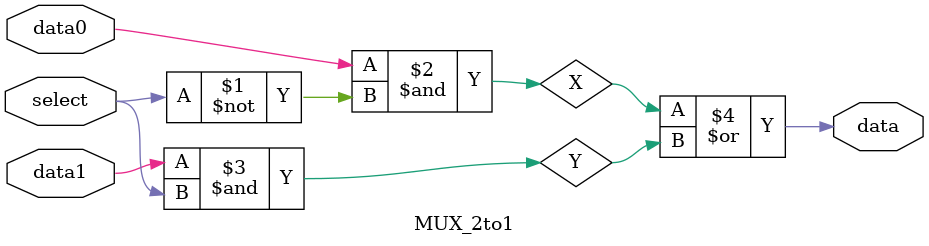
<source format=v>
module MUX_2to1(input data0, data1, select, output data );
	wire X, Y;
	//select
	and (X, data0, ~select),
		(Y, data1, select);
	or	(data, X, Y);
	
endmodule
</source>
